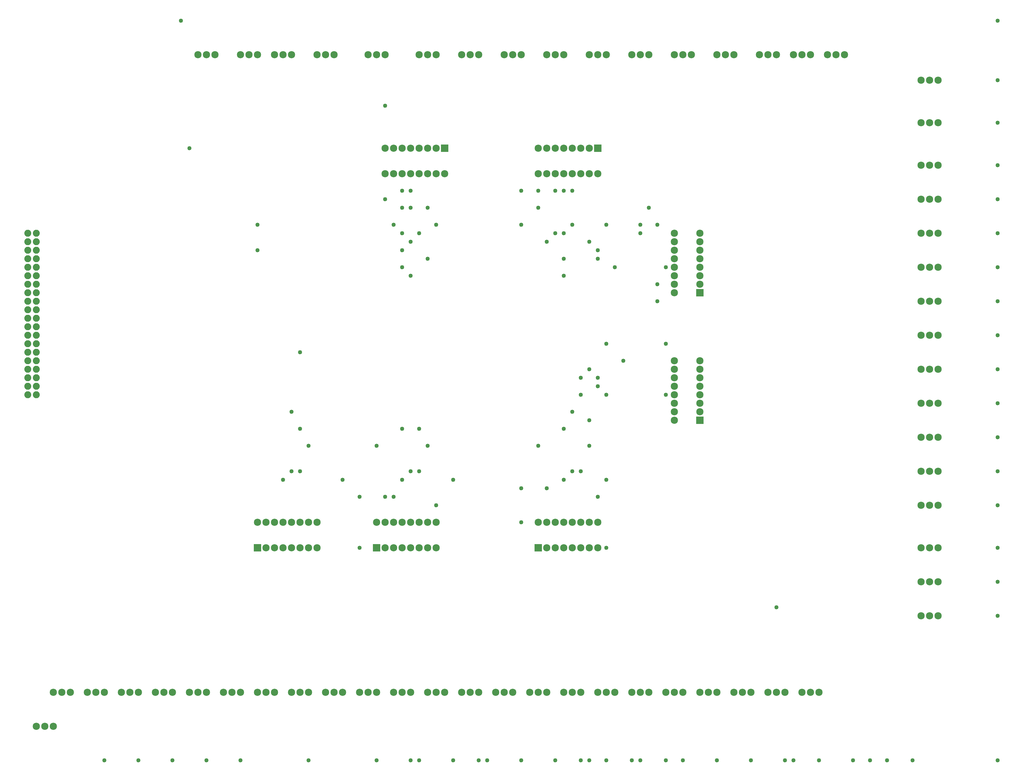
<source format=gts>
G04 MADE WITH FRITZING*
G04 WWW.FRITZING.ORG*
G04 DOUBLE SIDED*
G04 HOLES PLATED*
G04 CONTOUR ON CENTER OF CONTOUR VECTOR*
%ASAXBY*%
%FSLAX23Y23*%
%MOIN*%
%OFA0B0*%
%SFA1.0B1.0*%
%ADD10C,0.049370*%
%ADD11C,0.085000*%
%ADD12C,0.081889*%
%ADD13C,0.081917*%
%ADD14R,0.085000X0.085000*%
%LNMASK1*%
G90*
G70*
G54D10*
X4844Y9248D03*
X4744Y8948D03*
X4544Y8948D03*
X2844Y9048D03*
X2844Y8748D03*
X4644Y9448D03*
X4644Y9248D03*
X4644Y8848D03*
X4644Y8448D03*
X4544Y9448D03*
X4544Y9248D03*
X4544Y8748D03*
X4544Y8548D03*
X4444Y9048D03*
X4944Y9048D03*
X5944Y9448D03*
X5944Y9048D03*
X6544Y9448D03*
X6544Y9048D03*
X6944Y9048D03*
X7644Y8548D03*
X7044Y8548D03*
X6944Y7648D03*
X7644Y7648D03*
X6944Y7048D03*
X7644Y7048D03*
X6944Y5248D03*
X6444Y6048D03*
X5144Y6048D03*
X6744Y6748D03*
X6744Y6448D03*
X6144Y6448D03*
X4844Y6448D03*
X4244Y6448D03*
X3444Y6448D03*
X4844Y8648D03*
X6444Y9448D03*
X6444Y8448D03*
X6444Y8948D03*
X6444Y8648D03*
X6844Y8648D03*
X6844Y7148D03*
X4644Y6148D03*
X3244Y6148D03*
X6344Y9448D03*
X6344Y8948D03*
X3344Y7548D03*
X3344Y6648D03*
X3344Y6148D03*
X4744Y6648D03*
X4544Y6648D03*
X6644Y7048D03*
X6444Y6648D03*
X6544Y6148D03*
X6644Y6148D03*
X6844Y8748D03*
X6644Y7248D03*
X6844Y7248D03*
X6144Y9448D03*
X6144Y9248D03*
X7442Y9249D03*
X7544Y9048D03*
X7344Y9048D03*
X7544Y8348D03*
X7544Y8148D03*
X6944Y6048D03*
X4544Y6048D03*
X4744Y6148D03*
X4444Y5848D03*
X3144Y6048D03*
X4344Y5848D03*
X4044Y5848D03*
X4044Y5248D03*
X6244Y5948D03*
X5944Y5948D03*
X5944Y5548D03*
G54D11*
X4244Y5248D03*
X4244Y5548D03*
X4344Y5248D03*
X4344Y5548D03*
X4444Y5248D03*
X4444Y5548D03*
X4544Y5248D03*
X4544Y5548D03*
X4644Y5248D03*
X4644Y5548D03*
X4744Y5248D03*
X4744Y5548D03*
X4844Y5248D03*
X4844Y5548D03*
X4944Y5248D03*
X4944Y5548D03*
X6144Y5248D03*
X6144Y5548D03*
X6244Y5248D03*
X6244Y5548D03*
X6344Y5248D03*
X6344Y5548D03*
X6444Y5248D03*
X6444Y5548D03*
X6544Y5248D03*
X6544Y5548D03*
X6644Y5248D03*
X6644Y5548D03*
X6744Y5248D03*
X6744Y5548D03*
X6844Y5248D03*
X6844Y5548D03*
X8044Y6748D03*
X7744Y6748D03*
X8044Y6848D03*
X7744Y6848D03*
X8044Y6948D03*
X7744Y6948D03*
X8044Y7048D03*
X7744Y7048D03*
X8044Y7148D03*
X7744Y7148D03*
X8044Y7248D03*
X7744Y7248D03*
X8044Y7348D03*
X7744Y7348D03*
X8044Y7448D03*
X7744Y7448D03*
X8044Y8248D03*
X7744Y8248D03*
X8044Y8348D03*
X7744Y8348D03*
X8044Y8448D03*
X7744Y8448D03*
X8044Y8548D03*
X7744Y8548D03*
X8044Y8648D03*
X7744Y8648D03*
X8044Y8748D03*
X7744Y8748D03*
X8044Y8848D03*
X7744Y8848D03*
X8044Y8948D03*
X7744Y8948D03*
X6844Y9948D03*
X6844Y9648D03*
X6744Y9948D03*
X6744Y9648D03*
X6644Y9948D03*
X6644Y9648D03*
X6544Y9948D03*
X6544Y9648D03*
X6444Y9948D03*
X6444Y9648D03*
X6344Y9948D03*
X6344Y9648D03*
X6244Y9948D03*
X6244Y9648D03*
X6144Y9948D03*
X6144Y9648D03*
X5044Y9948D03*
X5044Y9648D03*
X4944Y9948D03*
X4944Y9648D03*
X4844Y9948D03*
X4844Y9648D03*
X4744Y9948D03*
X4744Y9648D03*
X4644Y9948D03*
X4644Y9648D03*
X4544Y9948D03*
X4544Y9648D03*
X4444Y9948D03*
X4444Y9648D03*
X4344Y9948D03*
X4344Y9648D03*
G54D10*
X4344Y10448D03*
X8944Y4548D03*
X4344Y9348D03*
X6744Y8848D03*
X7344Y8948D03*
X3244Y6848D03*
X7144Y7448D03*
X6844Y5848D03*
G54D11*
X2844Y5248D03*
X2844Y5548D03*
X2944Y5248D03*
X2944Y5548D03*
X3044Y5248D03*
X3044Y5548D03*
X3144Y5248D03*
X3144Y5548D03*
X3244Y5248D03*
X3244Y5548D03*
X3344Y5248D03*
X3344Y5548D03*
X3444Y5248D03*
X3444Y5548D03*
X3544Y5248D03*
X3544Y5548D03*
G54D10*
X3844Y6048D03*
X4944Y5748D03*
G54D11*
X3244Y3548D03*
X3344Y3548D03*
X3444Y3548D03*
X2444Y3548D03*
X2544Y3548D03*
X2644Y3548D03*
X2044Y3548D03*
X2144Y3548D03*
X2244Y3548D03*
X1644Y3548D03*
X1744Y3548D03*
X1844Y3548D03*
X244Y3148D03*
X344Y3148D03*
X444Y3148D03*
X2844Y3548D03*
X2944Y3548D03*
X3044Y3548D03*
X5244Y3548D03*
X5344Y3548D03*
X5444Y3548D03*
X3644Y3548D03*
X3744Y3548D03*
X3844Y3548D03*
X4044Y3548D03*
X4144Y3548D03*
X4244Y3548D03*
X4844Y3548D03*
X4944Y3548D03*
X5044Y3548D03*
X4444Y3548D03*
X4544Y3548D03*
X4644Y3548D03*
X10644Y9748D03*
X10744Y9748D03*
X10844Y9748D03*
X10644Y9348D03*
X10744Y9348D03*
X10844Y9348D03*
X10644Y8948D03*
X10744Y8948D03*
X10844Y8948D03*
X10644Y8548D03*
X10744Y8548D03*
X10844Y8548D03*
X10644Y8148D03*
X10744Y8148D03*
X10844Y8148D03*
X10644Y7748D03*
X10744Y7748D03*
X10844Y7748D03*
X10644Y7348D03*
X10744Y7348D03*
X10844Y7348D03*
X10644Y6948D03*
X10744Y6948D03*
X10844Y6948D03*
X10644Y10248D03*
X10744Y10248D03*
X10844Y10248D03*
X10644Y10748D03*
X10744Y10748D03*
X10844Y10748D03*
X10644Y6548D03*
X10744Y6548D03*
X10844Y6548D03*
X10644Y6148D03*
X10744Y6148D03*
X10844Y6148D03*
X10644Y5748D03*
X10744Y5748D03*
X10844Y5748D03*
X10644Y5248D03*
X10744Y5248D03*
X10844Y5248D03*
X10644Y4848D03*
X10744Y4848D03*
X10844Y4848D03*
X10644Y4448D03*
X10744Y4448D03*
X10844Y4448D03*
X3044Y11048D03*
X3144Y11048D03*
X3244Y11048D03*
X3544Y11048D03*
X3644Y11048D03*
X3744Y11048D03*
X4744Y11048D03*
X4844Y11048D03*
X4944Y11048D03*
X5244Y11048D03*
X5344Y11048D03*
X5444Y11048D03*
X5744Y11048D03*
X5844Y11048D03*
X5944Y11048D03*
X6244Y11048D03*
X6344Y11048D03*
X6444Y11048D03*
X6744Y11048D03*
X6844Y11048D03*
X6944Y11048D03*
X7244Y11048D03*
X7344Y11048D03*
X7444Y11048D03*
X7744Y11048D03*
X7844Y11048D03*
X7944Y11048D03*
X8244Y11048D03*
X8344Y11048D03*
X8444Y11048D03*
X8744Y11048D03*
X8844Y11048D03*
X8944Y11048D03*
X9144Y11048D03*
X9244Y11048D03*
X9344Y11048D03*
X9544Y11048D03*
X9644Y11048D03*
X9744Y11048D03*
X2644Y11048D03*
X2744Y11048D03*
X2844Y11048D03*
X2144Y11048D03*
X2244Y11048D03*
X2344Y11048D03*
X4144Y11048D03*
X4244Y11048D03*
X4344Y11048D03*
X5644Y3548D03*
X5744Y3548D03*
X5844Y3548D03*
X1244Y3548D03*
X1344Y3548D03*
X1444Y3548D03*
X9244Y3548D03*
X9344Y3548D03*
X9444Y3548D03*
X8844Y3548D03*
X8944Y3548D03*
X9044Y3548D03*
X6444Y3548D03*
X6544Y3548D03*
X6644Y3548D03*
X6044Y3548D03*
X6144Y3548D03*
X6244Y3548D03*
X7644Y3548D03*
X7744Y3548D03*
X7844Y3548D03*
X6844Y3548D03*
X6944Y3548D03*
X7044Y3548D03*
X7244Y3548D03*
X7344Y3548D03*
X7444Y3548D03*
X8044Y3548D03*
X8144Y3548D03*
X8244Y3548D03*
X8444Y3548D03*
X8544Y3548D03*
X8644Y3548D03*
G54D10*
X11544Y10748D03*
X11544Y10248D03*
X11544Y9748D03*
X11544Y9348D03*
X11544Y8948D03*
X11544Y8548D03*
X11544Y7748D03*
X11544Y8148D03*
X11544Y7348D03*
X11544Y6948D03*
X11544Y6548D03*
X11544Y6148D03*
X11544Y5748D03*
X11544Y11448D03*
X11544Y5248D03*
X11544Y4848D03*
X11544Y4448D03*
X11544Y2748D03*
X10544Y2748D03*
X10244Y2748D03*
X9844Y2748D03*
X9444Y2748D03*
X9144Y2748D03*
X8644Y2748D03*
X8244Y2748D03*
X7244Y2748D03*
X7644Y2748D03*
X7344Y2748D03*
X6944Y2748D03*
X6644Y2748D03*
X5944Y2748D03*
X5444Y2748D03*
X4744Y2748D03*
X3444Y2748D03*
X2644Y2748D03*
X2244Y2748D03*
X1844Y2748D03*
X1444Y2748D03*
X4244Y2748D03*
X4644Y2748D03*
X5144Y2748D03*
X5544Y2748D03*
X6344Y2748D03*
X6744Y2748D03*
X7844Y2748D03*
X9044Y2748D03*
X10044Y2748D03*
X9044Y2748D03*
X6244Y8848D03*
X6744Y7348D03*
X6544Y6848D03*
G54D12*
X144Y8948D03*
X144Y8848D03*
X144Y8748D03*
X144Y8648D03*
G54D13*
X144Y8548D03*
G54D12*
X144Y8448D03*
X144Y8348D03*
X144Y8248D03*
X144Y8148D03*
G54D13*
X144Y8048D03*
G54D12*
X144Y7948D03*
G54D13*
X144Y7848D03*
G54D12*
X144Y7748D03*
X144Y7648D03*
X144Y7548D03*
X144Y7448D03*
G54D13*
X144Y7348D03*
G54D12*
X144Y7248D03*
X144Y7148D03*
X144Y7048D03*
X244Y7048D03*
X244Y7148D03*
X244Y7248D03*
G54D13*
X244Y7348D03*
G54D12*
X244Y7448D03*
X244Y7548D03*
X244Y7648D03*
X244Y7748D03*
G54D13*
X244Y7848D03*
G54D12*
X244Y7948D03*
G54D13*
X244Y8048D03*
G54D12*
X244Y8148D03*
X244Y8248D03*
X244Y8348D03*
X244Y8448D03*
G54D13*
X244Y8548D03*
G54D12*
X244Y8648D03*
X244Y8748D03*
X244Y8848D03*
X244Y8948D03*
G54D11*
X444Y3548D03*
X544Y3548D03*
X644Y3548D03*
X844Y3548D03*
X944Y3548D03*
X1044Y3548D03*
G54D10*
X1044Y2748D03*
X4244Y2748D03*
X2044Y9948D03*
X1944Y11448D03*
G54D14*
X4244Y5248D03*
X6144Y5248D03*
X8044Y6748D03*
X8044Y8248D03*
X6844Y9948D03*
X5044Y9948D03*
X2844Y5248D03*
G04 End of Mask1*
M02*
</source>
